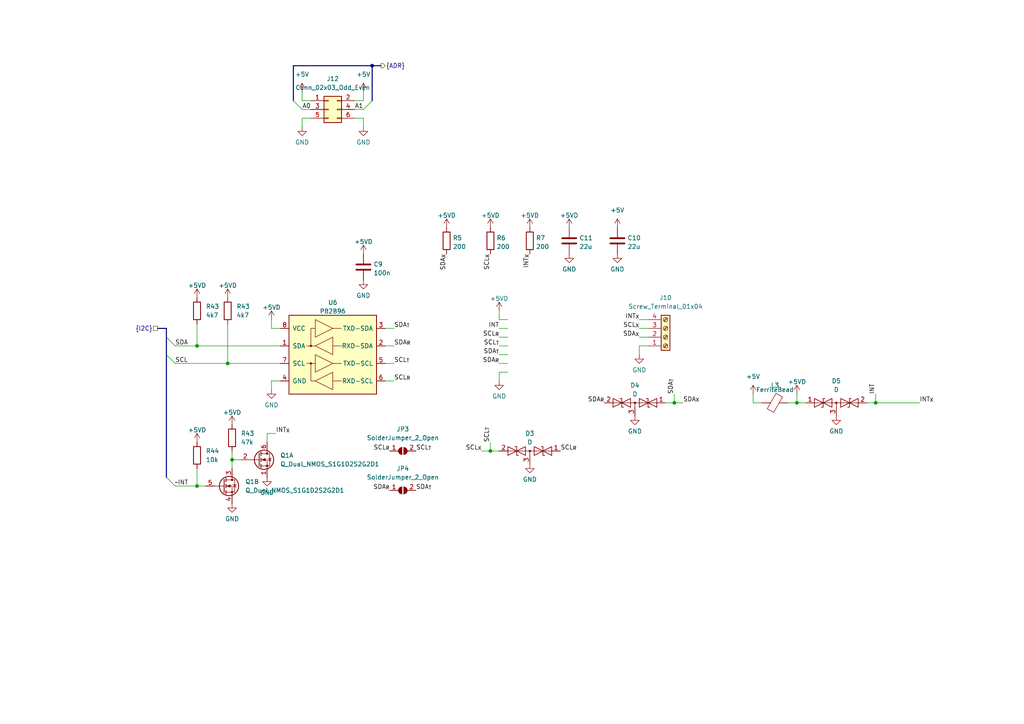
<source format=kicad_sch>
(kicad_sch (version 20230121) (generator eeschema)
  (paper "A4")
  (lib_symbols
    (symbol "Connector:Screw_Terminal_01x04" (pin_names (offset 1.016) hide)
      (property "Reference" "J" (at 0 5.08 0))
      (property "Value" "Screw_Terminal_01x04" (at 0 -7.62 0))
      (symbol "Screw_Terminal_01x04_1_1"
        (rectangle (start -1.27 3.81) (end 1.27 -6.35) (stroke (width 0.254)) (fill (type background)))
        (circle (center 0 -5.08) (radius 0.635) (stroke (width 0.1524)))
        (circle (center 0 -2.54) (radius 0.635) (stroke (width 0.1524)))
        (polyline (pts (xy -0.5334 -4.7498) (xy 0.3302 -5.588)) (stroke (width 0.1524)))
        (polyline (pts (xy -0.5334 -2.2098) (xy 0.3302 -3.048)) (stroke (width 0.1524)))
        (polyline (pts (xy -0.5334 0.3302) (xy 0.3302 -0.508)) (stroke (width 0.1524)))
        (polyline (pts (xy -0.5334 2.8702) (xy 0.3302 2.032)) (stroke (width 0.1524)))
        (polyline (pts (xy -0.3556 -4.572) (xy 0.508 -5.4102)) (stroke (width 0.1524)))
        (polyline (pts (xy -0.3556 -2.032) (xy 0.508 -2.8702)) (stroke (width 0.1524)))
        (polyline (pts (xy -0.3556 0.508) (xy 0.508 -0.3302)) (stroke (width 0.1524)))
        (polyline (pts (xy -0.3556 3.048) (xy 0.508 2.2098)) (stroke (width 0.1524)))
        (circle (center 0 0) (radius 0.635) (stroke (width 0.1524)))
        (circle (center 0 2.54) (radius 0.635) (stroke (width 0.1524)))
        (pin passive line (at -5.08 2.54 0) (length 3.81) (name "Pin_1") (number "1"))
        (pin passive line (at -5.08 0 0) (length 3.81) (name "Pin_2") (number "2"))
        (pin passive line (at -5.08 -2.54 0) (length 3.81) (name "Pin_3") (number "3"))
        (pin passive line (at -5.08 -5.08 0) (length 3.81) (name "Pin_4") (number "4"))
      )
    )
    (symbol "Connector_Generic:Conn_02x03_Odd_Even" (pin_names (offset 1.016) hide)
      (property "Reference" "J" (at 1.27 5.08 0))
      (property "Value" "Conn_02x03_Odd_Even" (at 1.27 -5.08 0))
      (symbol "Conn_02x03_Odd_Even_1_1"
        (rectangle (start -1.27 -2.413) (end 0 -2.667) (stroke (width 0.1524)))
        (rectangle (start -1.27 0.127) (end 0 -0.127) (stroke (width 0.1524)))
        (rectangle (start -1.27 2.667) (end 0 2.413) (stroke (width 0.1524)))
        (rectangle (start -1.27 3.81) (end 3.81 -3.81) (stroke (width 0.254)) (fill (type background)))
        (rectangle (start 3.81 -2.413) (end 2.54 -2.667) (stroke (width 0.1524)))
        (rectangle (start 3.81 0.127) (end 2.54 -0.127) (stroke (width 0.1524)))
        (rectangle (start 3.81 2.667) (end 2.54 2.413) (stroke (width 0.1524)))
        (pin passive line (at -5.08 2.54 0) (length 3.81) (name "Pin_1") (number "1"))
        (pin passive line (at 7.62 2.54 180) (length 3.81) (name "Pin_2") (number "2"))
        (pin passive line (at -5.08 0 0) (length 3.81) (name "Pin_3") (number "3"))
        (pin passive line (at 7.62 0 180) (length 3.81) (name "Pin_4") (number "4"))
        (pin passive line (at -5.08 -2.54 0) (length 3.81) (name "Pin_5") (number "5"))
        (pin passive line (at 7.62 -2.54 180) (length 3.81) (name "Pin_6") (number "6"))
      )
    )
    (symbol "Device:C" (pin_numbers hide) (pin_names (offset 0.254))
      (property "Reference" "C" (at 0.635 2.54 0))
      (property "Value" "C" (at 0.635 -2.54 0))
      (symbol "C_0_1"
        (polyline (pts (xy -2.032 -0.762) (xy 2.032 -0.762)) (stroke (width 0.508)))
        (polyline (pts (xy -2.032 0.762) (xy 2.032 0.762)) (stroke (width 0.508)))
      )
      (symbol "C_1_1"
        (pin passive line (at 0 3.81 270) (length 2.794) (name "~") (number "1"))
        (pin passive line (at 0 -3.81 90) (length 2.794) (name "~") (number "2"))
      )
    )
    (symbol "Device:FerriteBead" (pin_numbers hide) (pin_names (offset 0))
      (property "Reference" "FB" (at -3.81 0.635 90))
      (property "Value" "FerriteBead" (at 3.81 0 90))
      (symbol "FerriteBead_0_1"
        (polyline (pts (xy 0 -1.27) (xy 0 -1.2192)))
        (polyline (pts (xy 0 1.27) (xy 0 1.2954)))
        (polyline (pts (xy -2.7686 0.4064) (xy -1.7018 2.2606) (xy 2.7686 -0.3048) (xy 1.6764 -2.159) (xy -2.7686 0.4064)))
      )
      (symbol "FerriteBead_1_1"
        (pin passive line (at 0 3.81 270) (length 2.54) (name "~") (number "1"))
        (pin passive line (at 0 -3.81 90) (length 2.54) (name "~") (number "2"))
      )
    )
    (symbol "Device:Q_Dual_NMOS_S1G1D2S2G2D1" (pin_names (offset 0) hide)
      (property "Reference" "Q" (at 6.35 1.27 0))
      (property "Value" "Q_Dual_NMOS_S1G1D2S2G2D1" (at 19.05 -1.27 0))
      (symbol "Q_Dual_NMOS_S1G1D2S2G2D1_0_1"
        (polyline (pts (xy 0.254 0) (xy -2.54 0)))
        (polyline (pts (xy 0.254 1.905) (xy 0.254 -1.905)) (stroke (width 0.254)))
        (polyline (pts (xy 0.762 -1.27) (xy 0.762 -2.286)) (stroke (width 0.254)))
        (polyline (pts (xy 0.762 0.508) (xy 0.762 -0.508)) (stroke (width 0.254)))
        (polyline (pts (xy 0.762 2.286) (xy 0.762 1.27)) (stroke (width 0.254)))
        (polyline (pts (xy 2.54 2.54) (xy 2.54 1.778)))
        (polyline (pts (xy 2.54 -2.54) (xy 2.54 0) (xy 0.762 0)))
        (polyline (pts (xy 0.762 -1.778) (xy 3.302 -1.778) (xy 3.302 1.778) (xy 0.762 1.778)))
        (polyline (pts (xy 1.016 0) (xy 2.032 0.381) (xy 2.032 -0.381) (xy 1.016 0)) (fill (type outline)))
        (polyline (pts (xy 2.794 0.508) (xy 2.921 0.381) (xy 3.683 0.381) (xy 3.81 0.254)))
        (polyline (pts (xy 3.302 0.381) (xy 2.921 -0.254) (xy 3.683 -0.254) (xy 3.302 0.381)))
        (circle (center 1.651 0) (radius 2.794) (stroke (width 0.254)))
        (circle (center 2.54 -1.778) (radius 0.254) (fill (type outline)))
        (circle (center 2.54 1.778) (radius 0.254) (fill (type outline)))
      )
      (symbol "Q_Dual_NMOS_S1G1D2S2G2D1_1_1"
        (pin passive line (at 2.54 -5.08 90) (length 2.54) (name "S") (number "1"))
        (pin input line (at -5.08 0 0) (length 2.54) (name "G") (number "2"))
        (pin passive line (at 2.54 5.08 270) (length 2.54) (name "D") (number "6"))
      )
      (symbol "Q_Dual_NMOS_S1G1D2S2G2D1_2_1"
        (pin passive line (at 2.54 5.08 270) (length 2.54) (name "D") (number "3"))
        (pin passive line (at 2.54 -5.08 90) (length 2.54) (name "S") (number "4"))
        (pin input line (at -5.08 0 0) (length 2.54) (name "G") (number "5"))
      )
    )
    (symbol "Device:R" (pin_numbers hide) (pin_names (offset 0))
      (property "Reference" "R" (at 2.032 0 90))
      (property "Value" "R" (at 0 0 90))
      (symbol "R_0_1"
        (rectangle (start -1.016 -2.54) (end 1.016 2.54) (stroke (width 0.254)))
      )
      (symbol "R_1_1"
        (pin passive line (at 0 3.81 270) (length 1.27) (name "~") (number "1"))
        (pin passive line (at 0 -3.81 90) (length 1.27) (name "~") (number "2"))
      )
    )
    (symbol "Diode:SM712_SOT23" (pin_names (offset 1.016) hide)
      (property "Reference" "D" (at 0 4.445 0))
      (property "Value" "SM712_SOT23" (at 0 2.54 0))
      (symbol "SM712_SOT23_0_0"
        (polyline (pts (xy 0 -1.27) (xy 0 0)))
      )
      (symbol "SM712_SOT23_0_1"
        (polyline (pts (xy -6.35 0) (xy 6.35 0)))
        (polyline (pts (xy -3.302 1.27) (xy -3.81 1.27) (xy -3.81 -1.27) (xy -4.318 -1.27)) (stroke (width 0.2032)))
        (polyline (pts (xy 4.318 1.27) (xy 3.81 1.27) (xy 3.81 -1.27) (xy 3.302 -1.27)) (stroke (width 0.2032)))
        (polyline (pts (xy -6.35 -1.27) (xy -1.27 1.27) (xy -1.27 -1.27) (xy -6.35 1.27) (xy -6.35 -1.27)) (stroke (width 0.2032)))
        (polyline (pts (xy 1.27 -1.27) (xy 1.27 1.27) (xy 6.35 -1.27) (xy 6.35 1.27) (xy 1.27 -1.27)) (stroke (width 0.2032)))
        (circle (center 0 0) (radius 0.254) (fill (type outline)))
      )
      (symbol "SM712_SOT23_1_1"
        (pin passive line (at -8.89 0 0) (length 2.54) (name "A1") (number "1"))
        (pin passive line (at 8.89 0 180) (length 2.54) (name "A2") (number "2"))
        (pin input line (at 0 -3.81 90) (length 2.54) (name "common") (number "3"))
      )
    )
    (symbol "Interface_Expansion:P82B96" (pin_names (offset 1.016))
      (property "Reference" "U" (at -12.7 12.7 0))
      (property "Value" "P82B96" (at 5.08 12.7 0))
      (symbol "P82B96_0_1"
        (rectangle (start -12.7 11.43) (end 12.7 -11.43) (stroke (width 0.254)) (fill (type background)))
        (circle (center -6.35 -2.54) (radius 0.127))
        (circle (center -6.35 -2.54) (radius 0.254))
        (circle (center -6.35 2.54) (radius 0.127))
        (circle (center -6.35 2.54) (radius 0.254))
        (polyline (pts (xy -5.08 -2.54) (xy -7.62 -2.54)))
        (polyline (pts (xy 0 -7.62) (xy 2.54 -7.62)))
        (polyline (pts (xy 0 -2.54) (xy 2.54 -2.54)))
        (polyline (pts (xy -5.08 -7.62) (xy -6.35 -7.62) (xy -6.35 -2.54)))
        (polyline (pts (xy -5.08 2.54) (xy -7.62 2.54) (xy -7.62 2.54)))
        (polyline (pts (xy 0 7.62) (xy 2.54 7.62) (xy 2.54 7.62)))
        (polyline (pts (xy 2.54 2.54) (xy 0 2.54) (xy 0 2.54)))
        (polyline (pts (xy -6.35 2.54) (xy -6.35 7.62) (xy -5.08 7.62) (xy -5.08 7.62)))
        (polyline (pts (xy -5.08 0) (xy -5.08 -5.08) (xy 0 -2.54) (xy -5.08 0) (xy -5.08 0)))
        (polyline (pts (xy -5.08 10.16) (xy -5.08 5.08) (xy 0 7.62) (xy -5.08 10.16) (xy -5.08 10.16)))
        (polyline (pts (xy 0 -5.08) (xy -5.08 -7.62) (xy 0 -10.16) (xy 0 -5.08) (xy 0 -5.08)))
        (polyline (pts (xy 0 5.08) (xy -5.08 2.54) (xy 0 0) (xy 0 5.08) (xy 0 5.08)))
      )
      (symbol "P82B96_1_1"
        (pin bidirectional line (at -15.24 2.54 0) (length 2.54) (name "SDA") (number "1"))
        (pin input line (at 15.24 2.54 180) (length 2.54) (name "RXD-SDA") (number "2"))
        (pin output line (at 15.24 7.62 180) (length 2.54) (name "TXD-SDA") (number "3"))
        (pin power_in line (at -15.24 -7.62 0) (length 2.54) (name "GND") (number "4"))
        (pin output line (at 15.24 -2.54 180) (length 2.54) (name "TXD-SCL") (number "5"))
        (pin input line (at 15.24 -7.62 180) (length 2.54) (name "RXD-SCL") (number "6"))
        (pin bidirectional line (at -15.24 -2.54 0) (length 2.54) (name "SCL") (number "7"))
        (pin power_in line (at -15.24 7.62 0) (length 2.54) (name "VCC") (number "8"))
      )
    )
    (symbol "Jumper:SolderJumper_2_Open" (pin_names (offset 0) hide)
      (property "Reference" "JP" (at 0 2.032 0))
      (property "Value" "SolderJumper_2_Open" (at 0 -2.54 0))
      (symbol "SolderJumper_2_Open_0_1"
        (arc (start -0.254 1.016) (mid -1.2656 0) (end -0.254 -1.016))
        (arc (start -0.254 1.016) (mid -1.2656 0) (end -0.254 -1.016) (fill (type outline)))
        (polyline (pts (xy -0.254 1.016) (xy -0.254 -1.016)))
        (polyline (pts (xy 0.254 1.016) (xy 0.254 -1.016)))
        (arc (start 0.254 -1.016) (mid 1.2656 0) (end 0.254 1.016))
        (arc (start 0.254 -1.016) (mid 1.2656 0) (end 0.254 1.016) (fill (type outline)))
      )
      (symbol "SolderJumper_2_Open_1_1"
        (pin passive line (at -3.81 0 0) (length 2.54) (name "A") (number "1"))
        (pin passive line (at 3.81 0 180) (length 2.54) (name "B") (number "2"))
      )
    )
    (symbol "power:+5V" (power) (pin_names (offset 0))
      (property "Value" "+5V" (at 0 3.556 0))
      (symbol "+5V_0_1"
        (polyline (pts (xy -0.762 1.27) (xy 0 2.54)))
        (polyline (pts (xy 0 0) (xy 0 2.54)))
        (polyline (pts (xy 0 2.54) (xy 0.762 1.27)))
      )
      (symbol "+5V_1_1"
        (pin power_in line (at 0 0 90) (length 0) hide (name "+5V") (number "1"))
      )
    )
    (symbol "power:+5VD" (power) (pin_names (offset 0))
      (property "Value" "+5VD" (at 0 3.556 0))
      (symbol "+5VD_0_1"
        (polyline (pts (xy -0.762 1.27) (xy 0 2.54)))
        (polyline (pts (xy 0 0) (xy 0 2.54)))
        (polyline (pts (xy 0 2.54) (xy 0.762 1.27)))
      )
      (symbol "+5VD_1_1"
        (pin power_in line (at 0 0 90) (length 0) hide (name "+5VD") (number "1"))
      )
    )
    (symbol "power:GND" (power) (pin_names (offset 0))
      (property "Value" "GND" (at 0 -3.81 0))
      (symbol "GND_0_1"
        (polyline (pts (xy 0 0) (xy 0 -1.27) (xy 1.27 -1.27) (xy 0 -2.54) (xy -1.27 -1.27) (xy 0 -1.27)))
      )
      (symbol "GND_1_1"
        (pin power_in line (at 0 0 270) (length 0) hide (name "GND") (number "1"))
      )
    )
  )
  (junction (at 57.15 140.97))
  (junction (at 57.15 100.33))
  (junction (at 254 116.84))
  (junction (at 66.04 105.41))
  (junction (at 142.24 130.81))
  (junction (at 231.14 116.84))
  (junction (at 67.31 133.35))
  (junction (at 195.58 116.84))
  (junction (at 107.95 19.05))
  (bus_entry (at 48.26 138.43) (size 2.54 2.54))
  (bus_entry (at 105.41 31.75) (size 2.54 -2.54))
  (bus_entry (at 48.26 97.79) (size 2.54 2.54))
  (bus_entry (at 48.26 102.87) (size 2.54 2.54))
  (bus_entry (at 87.63 31.75) (size -2.54 -2.54))
  (wire (pts (xy 185.42 100.33) (xy 185.42 102.87)))
  (wire (pts (xy 142.24 130.81) (xy 144.78 130.81)))
  (wire (pts (xy 50.8 100.33) (xy 57.15 100.33)))
  (wire (pts (xy 90.17 34.29) (xy 87.63 34.29)))
  (wire (pts (xy 185.42 97.79) (xy 187.96 97.79)))
  (wire (pts (xy 105.41 36.83) (xy 105.41 34.29)))
  (wire (pts (xy 87.63 26.67) (xy 87.63 29.21)))
  (wire (pts (xy 185.42 95.25) (xy 187.96 95.25)))
  (wire (pts (xy 67.31 135.89) (xy 67.31 133.35)))
  (wire (pts (xy 77.47 125.73) (xy 77.47 128.27)))
  (bus (pts (xy 85.09 29.21) (xy 85.09 19.05)))
  (bus (pts (xy 85.09 19.05) (xy 107.95 19.05)))
  (bus (pts (xy 48.26 102.87) (xy 48.26 138.43)))
  (wire (pts (xy 111.76 95.25) (xy 114.3 95.25)))
  (wire (pts (xy 81.28 110.49) (xy 78.74 110.49)))
  (wire (pts (xy 218.44 116.84) (xy 220.98 116.84)))
  (wire (pts (xy 187.96 100.33) (xy 185.42 100.33)))
  (wire (pts (xy 144.78 102.87) (xy 147.32 102.87)))
  (wire (pts (xy 102.87 31.75) (xy 105.41 31.75)))
  (wire (pts (xy 57.15 93.98) (xy 57.15 100.33)))
  (wire (pts (xy 193.04 116.84) (xy 195.58 116.84)))
  (wire (pts (xy 254 116.84) (xy 266.7 116.84)))
  (wire (pts (xy 57.15 100.33) (xy 81.28 100.33)))
  (wire (pts (xy 114.3 100.33) (xy 111.76 100.33)))
  (wire (pts (xy 111.76 110.49) (xy 114.3 110.49)))
  (wire (pts (xy 90.17 31.75) (xy 87.63 31.75)))
  (wire (pts (xy 105.41 29.21) (xy 102.87 29.21)))
  (wire (pts (xy 218.44 114.3) (xy 218.44 116.84)))
  (wire (pts (xy 78.74 95.25) (xy 81.28 95.25)))
  (wire (pts (xy 254 114.3) (xy 254 116.84)))
  (wire (pts (xy 67.31 130.81) (xy 67.31 133.35)))
  (wire (pts (xy 144.78 97.79) (xy 147.32 97.79)))
  (wire (pts (xy 228.6 116.84) (xy 231.14 116.84)))
  (wire (pts (xy 105.41 34.29) (xy 102.87 34.29)))
  (wire (pts (xy 185.42 92.71) (xy 187.96 92.71)))
  (wire (pts (xy 195.58 114.3) (xy 195.58 116.84)))
  (wire (pts (xy 144.78 90.17) (xy 144.78 92.71)))
  (wire (pts (xy 139.7 130.81) (xy 142.24 130.81)))
  (wire (pts (xy 231.14 116.84) (xy 231.14 114.3)))
  (wire (pts (xy 78.74 92.71) (xy 78.74 95.25)))
  (wire (pts (xy 50.8 105.41) (xy 66.04 105.41)))
  (bus (pts (xy 48.26 97.79) (xy 48.26 102.87)))
  (wire (pts (xy 142.24 128.27) (xy 142.24 130.81)))
  (wire (pts (xy 87.63 34.29) (xy 87.63 36.83)))
  (wire (pts (xy 50.8 140.97) (xy 57.15 140.97)))
  (wire (pts (xy 57.15 140.97) (xy 59.69 140.97)))
  (wire (pts (xy 105.41 26.67) (xy 105.41 29.21)))
  (wire (pts (xy 144.78 92.71) (xy 147.32 92.71)))
  (wire (pts (xy 144.78 105.41) (xy 147.32 105.41)))
  (bus (pts (xy 48.26 95.25) (xy 48.26 97.79)))
  (wire (pts (xy 80.01 125.73) (xy 77.47 125.73)))
  (wire (pts (xy 233.68 116.84) (xy 231.14 116.84)))
  (wire (pts (xy 147.32 107.95) (xy 144.78 107.95)))
  (wire (pts (xy 144.78 107.95) (xy 144.78 110.49)))
  (wire (pts (xy 144.78 100.33) (xy 147.32 100.33)))
  (wire (pts (xy 66.04 93.98) (xy 66.04 105.41)))
  (wire (pts (xy 111.76 105.41) (xy 114.3 105.41)))
  (bus (pts (xy 107.95 19.05) (xy 110.49 19.05)))
  (bus (pts (xy 107.95 19.05) (xy 107.95 29.21)))
  (wire (pts (xy 144.78 95.25) (xy 147.32 95.25)))
  (wire (pts (xy 78.74 110.49) (xy 78.74 113.03)))
  (wire (pts (xy 57.15 135.89) (xy 57.15 140.97)))
  (wire (pts (xy 87.63 29.21) (xy 90.17 29.21)))
  (wire (pts (xy 195.58 116.84) (xy 198.12 116.84)))
  (wire (pts (xy 66.04 105.41) (xy 81.28 105.41)))
  (wire (pts (xy 67.31 133.35) (xy 69.85 133.35)))
  (wire (pts (xy 251.46 116.84) (xy 254 116.84)))
  (bus (pts (xy 48.26 95.25) (xy 45.72 95.25)))
  (label "~INT" (at 54.61 140.97 180))
  (label "SDA_{R}" (at 113.03 142.24 180))
  (label "SCL_{R}" (at 162.56 130.81 0))
  (label "SCL_{X}" (at 142.24 73.66 270))
  (label "SDA_{T}" (at 114.3 95.25 0))
  (label "A0" (at 90.17 31.75 180))
  (label "SDA_{R}" (at 144.78 105.41 180))
  (label "SDA_{T}" (at 195.58 114.3 90))
  (label "INT" (at 144.78 95.25 180))
  (label "SCL_{T}" (at 144.78 100.33 180))
  (label "SCL_{X}" (at 139.7 130.81 180))
  (label "SDA_{X}" (at 129.54 73.66 270))
  (label "SCL" (at 50.8 105.41 0))
  (label "SDA" (at 50.8 100.33 0))
  (label "SDA_{T}" (at 144.78 102.87 180))
  (label "SDA_{R}" (at 114.3 100.33 0))
  (label "SCL_{T}" (at 142.24 128.27 90))
  (label "SCL_{R}" (at 113.03 130.81 180))
  (label "INT_{X}" (at 185.42 92.71 180))
  (label "SCL_{T}" (at 114.3 105.41 0))
  (label "INT_{X}" (at 266.7 116.84 0))
  (label "SCL_{T}" (at 120.65 130.81 0))
  (label "A1" (at 102.87 31.75 0))
  (label "SDA_{R}" (at 175.26 116.84 180))
  (label "SDA_{X}" (at 185.42 97.79 180))
  (label "SCL_{R}" (at 114.3 110.49 0))
  (label "INT_{X}" (at 80.01 125.73 0))
  (label "INT" (at 254 114.3 90))
  (label "SCL_{R}" (at 144.78 97.79 180))
  (label "INT_{X}" (at 153.67 73.66 270))
  (label "SCL_{X}" (at 185.42 95.25 180))
  (label "SDA_{X}" (at 198.12 116.84 0))
  (label "SDA_{T}" (at 120.65 142.24 0))
  (hierarchical_label "{ADR}" (shape output) (at 110.49 19.05 0))
  (hierarchical_label "{I2C}" (shape passive) (at 45.72 95.25 180))
  (symbol (lib_id "power:+5V") (at 87.63 26.67 0) (unit 1)
    (property "Reference" "#PWR039" (effects hide))
    (property "Value" "+5V" (at 87.63 21.59 0))
  )
  (symbol (lib_id "power:+5VD") (at 78.74 92.71 0) (unit 1)
    (property "Reference" "#PWR03" (effects hide))
    (property "Value" "+5VD" (at 78.74 89.154 0))
    (instances (project "multi_led_driver" (path "" (reference "#PWR03") (unit 1))) (project "control_panel" (path "" (reference "#PWR02") (unit 1))))
  )
  (symbol (lib_id "Device:R") (at 142.24 69.85 0) (unit 1)
    (property "Reference" "R6" (at 144.018 69.0153 0) (effects (justify left)))
    (property "Value" "200" (at 144.018 71.5522 0) (effects (justify left)))
    (property "Footprint" "Resistor_SMD:R_0805_2012Metric_Pad1.20x1.40mm_HandSolder" (effects hide))
    (instances (project "multi_led_driver" (path "" (reference "R6") (unit 1))) (project "control_panel" (path "" (reference "R3") (unit 1))))
  )
  (symbol (lib_id "power:+5VD") (at 105.41 73.66 0) (unit 1)
    (property "Reference" "#PWR01" (effects hide))
    (property "Value" "+5VD" (at 105.41 70.104 0))
    (instances (project "multi_led_driver" (path "" (reference "#PWR01") (unit 1))) (project "control_panel" (path "" (reference "#PWR08") (unit 1))))
  )
  (symbol (lib_id "Device:R") (at 153.67 69.85 0) (unit 1)
    (property "Reference" "R7" (at 155.448 69.0153 0) (effects (justify left)))
    (property "Value" "200" (at 155.448 71.5522 0) (effects (justify left)))
    (property "Footprint" "Resistor_SMD:R_0805_2012Metric_Pad1.20x1.40mm_HandSolder" (effects hide))
    (instances (project "multi_led_driver" (path "" (reference "R7") (unit 1))) (project "control_panel" (path "" (reference "R39") (unit 1))))
  )
  (symbol (lib_id "power:+5V") (at 179.07 66.04 0) (unit 1)
    (property "Reference" "#PWR060" (effects hide))
    (property "Value" "+5V" (at 179.07 60.96 0))
  )
  (symbol (lib_id "Device:R") (at 57.15 90.17 0) (unit 1)
    (property "Reference" "R43" (at 59.69 88.9 0) (effects (justify left)))
    (property "Value" "4k7" (at 59.69 91.44 0) (effects (justify left)))
    (property "Footprint" "Resistor_SMD:R_0603_1608Metric" (effects hide))
    (instances (project "myWindow" (path "" (reference "R43") (unit 1))) (project "multi_led_driver" (path "" (reference "R10") (unit 1))) (project "control_panel" (path "" (reference "R25") (unit 1))))
  )
  (symbol (lib_id "Interface_Expansion:P82B96") (at 96.52 102.87 0) (unit 1)
    (property "Reference" "U6" (at 96.52 87.7402 0))
    (property "Value" "P82B96" (at 96.52 90.2771 0))
    (property "Footprint" "Package_SO:SOIC-8_3.9x4.9mm_P1.27mm" (effects hide))
    (property "Datasheet" "http://www.nxp.com/documents/data_sheet/P82B96.pdf" (effects hide))
    (instances (project "multi_led_driver" (path "" (reference "U6") (unit 1))) (project "control_panel" (path "" (reference "U1") (unit 1))))
  )
  (symbol (lib_id "Device:C") (at 105.41 77.47 0) (unit 1)
    (property "Reference" "C9" (at 108.331 76.6353 0) (effects (justify left)))
    (property "Value" "100n" (at 108.331 79.1722 0) (effects (justify left)))
    (property "Footprint" "Capacitor_SMD:C_0603_1608Metric" (effects hide))
    (instances (project "multi_led_driver" (path "" (reference "C9") (unit 1))) (project "control_panel" (path "" (reference "C5") (unit 1))))
  )
  (symbol (lib_id "Device:C") (at 179.07 69.85 0) (unit 1)
    (property "Reference" "C10" (at 181.991 69.0153 0) (effects (justify left)))
    (property "Value" "22u" (at 181.991 71.5522 0) (effects (justify left)))
    (property "Footprint" "Capacitor_SMD:C_0805_2012Metric" (effects hide))
    (instances (project "multi_led_driver" (path "" (reference "C10") (unit 1))) (project "control_panel" (path "" (reference "C78") (unit 1))))
  )
  (symbol (lib_id "power:+5VD") (at 144.78 90.17 0) (unit 1)
    (property "Reference" "#PWR05" (effects hide))
    (property "Value" "+5VD" (at 144.78 86.614 0))
    (instances (project "multi_led_driver" (path "" (reference "#PWR05") (unit 1))) (project "control_panel" (path "" (reference "#PWR03") (unit 1))))
  )
  (symbol (lib_id "power:+5V") (at 105.41 26.67 0) (unit 1)
    (property "Reference" "#PWR040" (effects hide))
    (property "Value" "+5V" (at 105.41 21.59 0))
  )
  (symbol (lib_id "power:+5VD") (at 57.15 86.36 0) (unit 1)
    (property "Reference" "#PWR016" (effects hide))
    (property "Value" "+5VD" (at 57.15 82.804 0))
    (instances (project "multi_led_driver" (path "" (reference "#PWR016") (unit 1))) (project "control_panel" (path "" (reference "#PWR08") (unit 1))))
  )
  (symbol (lib_id "power:GND") (at 77.47 138.43 0) (unit 1)
    (property "Reference" "#PWR011" (effects hide))
    (property "Value" "~" (at 77.47 142.8734 0))
    (instances (project "multi_led_driver" (path "" (reference "#PWR011") (unit 1))) (project "control_panel" (path "" (reference "#PWR026") (unit 1))))
  )
  (symbol (lib_id "Device:FerriteBead") (at 224.79 116.84 90) (unit 1)
    (property "Reference" "L3" (at 224.79 111.76 90))
    (property "Value" "FerriteBead" (at 224.79 113.03 90))
    (property "Footprint" "Inductor_SMD:L_0805_2012Metric_Pad1.15x1.40mm_HandSolder" (effects hide))
    (instances (project "multi_led_driver" (path "" (reference "L3") (unit 1))) (project "control_panel" (path "" (reference "L10") (unit 1))))
  )
  (symbol (lib_id "Connector:Screw_Terminal_01x04") (at 193.04 97.79 0) (mirror x) (unit 1)
    (property "Reference" "J10" (at 193.04 86.36 0))
    (property "Value" "Screw_Terminal_01x04" (at 193.04 88.9 0))
    (property "Footprint" "Connector_Phoenix_MC:PhoenixContact_MCV_1,5_4-G-3.5_1x04_P3.50mm_Vertical" (effects hide))
    (instances (project "multi_led_driver" (path "" (reference "J10") (unit 1))) (project "control_panel" (path "" (reference "J5") (unit 1))))
  )
  (symbol (lib_id "power:GND") (at 78.74 113.03 0) (unit 1)
    (property "Reference" "#PWR04" (effects hide))
    (property "Value" "GND" (at 78.74 117.4734 0))
    (instances (project "multi_led_driver" (path "" (reference "#PWR04") (unit 1))) (project "control_panel" (path "" (reference "#PWR0112") (unit 1))))
  )
  (symbol (lib_id "Device:R") (at 129.54 69.85 0) (unit 1)
    (property "Reference" "R5" (at 131.318 69.0153 0) (effects (justify left)))
    (property "Value" "200" (at 131.318 71.5522 0) (effects (justify left)))
    (property "Footprint" "Resistor_SMD:R_0805_2012Metric_Pad1.20x1.40mm_HandSolder" (effects hide))
    (instances (project "multi_led_driver" (path "" (reference "R5") (unit 1))) (project "control_panel" (path "" (reference "R2") (unit 1))))
  )
  (symbol (lib_id "power:GND") (at 67.31 146.05 0) (unit 1)
    (property "Reference" "#PWR012" (effects hide))
    (property "Value" "~" (at 67.31 150.4934 0))
    (instances (project "multi_led_driver" (path "" (reference "#PWR012") (unit 1))) (project "control_panel" (path "" (reference "#PWR026") (unit 1))))
  )
  (symbol (lib_id "power:+5V") (at 218.44 114.3 0) (unit 1)
    (property "Reference" "#PWR08" (effects hide))
    (property "Value" "+5V" (at 218.44 109.22 0))
  )
  (symbol (lib_id "power:+5VD") (at 66.04 86.36 0) (unit 1)
    (property "Reference" "#PWR031" (effects hide))
    (property "Value" "+5VD" (at 66.04 82.804 0))
    (instances (project "multi_led_driver" (path "" (reference "#PWR031") (unit 1))) (project "control_panel" (path "" (reference "#PWR08") (unit 1))))
  )
  (symbol (lib_id "power:GND") (at 105.41 81.28 0) (unit 1)
    (property "Reference" "#PWR02" (effects hide))
    (property "Value" "GND" (at 105.41 85.7234 0))
    (instances (project "multi_led_driver" (path "" (reference "#PWR02") (unit 1))) (project "control_panel" (path "" (reference "#PWR0117") (unit 1))))
  )
  (symbol (lib_id "power:GND") (at 105.41 36.83 0) (unit 1)
    (property "Reference" "#PWR037" (effects hide))
    (property "Value" "GND" (at 105.41 41.2734 0))
    (instances (project "multi_led_driver" (path "" (reference "#PWR037") (unit 1))) (project "control_panel" (path "" (reference "#PWR0117") (unit 1))))
  )
  (symbol (lib_id "Diode:SM712_SOT23") (at 242.57 116.84 0) (unit 1)
    (property "Reference" "D5" (at 242.57 110.49 0))
    (property "Value" "D" (at 242.57 113.03 0))
    (property "Footprint" "Package_TO_SOT_SMD:SOT-23_Handsoldering" (effects hide))
    (property "Datasheet" "https://www.littelfuse.com/~/media/electronics/datasheets/tvs_diode_arrays/littelfuse_tvs_diode_array_sm712_datasheet.pdf.pdf" (effects hide))
    (instances (project "multi_led_driver" (path "" (reference "D5") (unit 1))) (project "control_panel" (path "" (reference "D7") (unit 1))))
  )
  (symbol (lib_id "Diode:SM712_SOT23") (at 153.67 130.81 0) (mirror y) (unit 1)
    (property "Reference" "D3" (at 153.67 125.73 0))
    (property "Value" "D" (at 153.67 128.27 0))
    (property "Footprint" "Package_TO_SOT_SMD:SOT-23_Handsoldering" (effects hide))
    (property "Datasheet" "https://www.littelfuse.com/~/media/electronics/datasheets/tvs_diode_arrays/littelfuse_tvs_diode_array_sm712_datasheet.pdf.pdf" (effects hide))
    (instances (project "multi_led_driver" (path "" (reference "D3") (unit 1))) (project "control_panel" (path "" (reference "D6") (unit 1))))
  )
  (symbol (lib_id "power:GND") (at 153.67 134.62 0) (unit 1)
    (property "Reference" "#PWR07" (effects hide))
    (property "Value" "~" (at 153.67 139.0634 0))
  )
  (symbol (lib_id "Device:Q_Dual_NMOS_S1G1D2S2G2D1") (at 64.77 140.97 0) (unit 2)
    (property "Reference" "Q1" (at 71.12 139.7 0) (effects (justify left)))
    (property "Value" "Q_Dual_NMOS_S1G1D2S2G2D1" (at 71.12 142.24 0) (effects (justify left)))
    (property "Footprint" "Package_TO_SOT_SMD:SOT-363_SC-70-6" (effects hide))
  )
  (symbol (lib_id "power:GND") (at 185.42 102.87 0) (unit 1)
    (property "Reference" "#PWR014" (effects hide))
    (property "Value" "~" (at 185.42 107.3134 0))
    (instances (project "multi_led_driver" (path "" (reference "#PWR014") (unit 1))) (project "control_panel" (path "" (reference "#PWR0105") (unit 1))))
  )
  (symbol (lib_id "power:+5VD") (at 165.1 66.04 0) (unit 1)
    (property "Reference" "#PWR018" (effects hide))
    (property "Value" "+5VD" (at 165.1 62.484 0))
    (instances (project "multi_led_driver" (path "" (reference "#PWR018") (unit 1))) (project "control_panel" (path "" (reference "#PWR045") (unit 1))))
  )
  (symbol (lib_id "Device:C") (at 165.1 69.85 0) (unit 1)
    (property "Reference" "C11" (at 168.021 69.0153 0) (effects (justify left)))
    (property "Value" "22u" (at 168.021 71.5522 0) (effects (justify left)))
    (property "Footprint" "Capacitor_SMD:C_0805_2012Metric" (effects hide))
    (instances (project "multi_led_driver" (path "" (reference "C11") (unit 1))) (project "control_panel" (path "" (reference "C78") (unit 1))))
  )
  (symbol (lib_id "power:GND") (at 242.57 120.65 0) (unit 1)
    (property "Reference" "#PWR025" (effects hide))
    (property "Value" "~" (at 242.57 125.0934 0))
    (instances (project "multi_led_driver" (path "" (reference "#PWR025") (unit 1))) (project "control_panel" (path "" (reference "#PWR037") (unit 1))))
  )
  (symbol (lib_id "Diode:SM712_SOT23") (at 184.15 116.84 0) (mirror y) (unit 1)
    (property "Reference" "D4" (at 184.15 111.76 0))
    (property "Value" "D" (at 184.15 114.3 0))
    (property "Footprint" "Package_TO_SOT_SMD:SOT-23_Handsoldering" (effects hide))
    (property "Datasheet" "https://www.littelfuse.com/~/media/electronics/datasheets/tvs_diode_arrays/littelfuse_tvs_diode_array_sm712_datasheet.pdf.pdf" (effects hide))
    (instances (project "multi_led_driver" (path "" (reference "D4") (unit 1))) (project "control_panel" (path "" (reference "D5") (unit 1))))
  )
  (symbol (lib_id "power:GND") (at 179.07 73.66 0) (unit 1)
    (property "Reference" "#PWR059" (effects hide))
    (property "Value" "GND" (at 179.07 78.1034 0))
    (instances (project "multi_led_driver" (path "" (reference "#PWR059") (unit 1))) (project "control_panel" (path "" (reference "#PWR018") (unit 1))))
  )
  (symbol (lib_id "power:+5VD") (at 231.14 114.3 0) (unit 1)
    (property "Reference" "#PWR020" (effects hide))
    (property "Value" "+5VD" (at 231.14 110.744 0))
    (instances (project "multi_led_driver" (path "" (reference "#PWR020") (unit 1))) (project "control_panel" (path "" (reference "#PWR045") (unit 1))))
  )
  (symbol (lib_id "power:+5VD") (at 142.24 66.04 0) (unit 1)
    (property "Reference" "#PWR022" (effects hide))
    (property "Value" "+5VD" (at 142.24 62.484 0))
    (instances (project "multi_led_driver" (path "" (reference "#PWR022") (unit 1))) (project "control_panel" (path "" (reference "#PWR045") (unit 1))))
  )
  (symbol (lib_id "power:+5VD") (at 129.54 66.04 0) (unit 1)
    (property "Reference" "#PWR028" (effects hide))
    (property "Value" "+5VD" (at 129.54 62.484 0))
    (instances (project "multi_led_driver" (path "" (reference "#PWR028") (unit 1))) (project "control_panel" (path "" (reference "#PWR045") (unit 1))))
  )
  (symbol (lib_id "power:+5VD") (at 57.15 128.27 0) (unit 1)
    (property "Reference" "#PWR017" (effects hide))
    (property "Value" "+5VD" (at 57.15 124.714 0))
    (instances (project "multi_led_driver" (path "" (reference "#PWR017") (unit 1))) (project "control_panel" (path "" (reference "#PWR08") (unit 1))))
  )
  (symbol (lib_id "Device:Q_Dual_NMOS_S1G1D2S2G2D1") (at 74.93 133.35 0) (unit 1)
    (property "Reference" "Q1" (at 81.28 132.08 0) (effects (justify left)))
    (property "Value" "Q_Dual_NMOS_S1G1D2S2G2D1" (at 81.28 134.62 0) (effects (justify left)))
    (property "Footprint" "Package_TO_SOT_SMD:SOT-363_SC-70-6" (effects hide))
  )
  (symbol (lib_id "Device:R") (at 57.15 132.08 0) (unit 1)
    (property "Reference" "R44" (at 59.69 130.81 0) (effects (justify left)))
    (property "Value" "10k" (at 59.69 133.35 0) (effects (justify left)))
    (property "Footprint" "Resistor_SMD:R_0603_1608Metric" (effects hide))
    (instances (project "myWindow" (path "" (reference "R44") (unit 1))) (project "multi_led_driver" (path "" (reference "R9") (unit 1)) (path "" (reference "R9") (unit 1))) (project "control_panel" (path "" (reference "R26") (unit 1))))
  )
  (symbol (lib_id "power:GND") (at 144.78 110.49 0) (unit 1)
    (property "Reference" "#PWR06" (effects hide))
    (property "Value" "~" (at 144.78 114.9334 0))
    (instances (project "multi_led_driver" (path "" (reference "#PWR06") (unit 1))) (project "control_panel" (path "" (reference "#PWR01") (unit 1))))
  )
  (symbol (lib_id "power:+5VD") (at 67.31 123.19 0) (unit 1)
    (property "Reference" "#PWR032" (effects hide))
    (property "Value" "+5VD" (at 67.31 119.634 0))
    (instances (project "multi_led_driver" (path "" (reference "#PWR032") (unit 1))) (project "control_panel" (path "" (reference "#PWR08") (unit 1))))
  )
  (symbol (lib_id "power:GND") (at 184.15 120.65 0) (unit 1)
    (property "Reference" "#PWR013" (effects hide))
    (property "Value" "~" (at 184.15 125.0934 0))
    (instances (project "multi_led_driver" (path "" (reference "#PWR013") (unit 1))) (project "control_panel" (path "" (reference "#PWR026") (unit 1))))
  )
  (symbol (lib_id "Connector_Generic:Conn_02x03_Odd_Even") (at 95.25 31.75 0) (unit 1)
    (property "Reference" "J12" (at 96.52 22.86 0))
    (property "Value" "Conn_02x03_Odd_Even" (at 96.52 25.4 0))
    (property "Footprint" "Connector_PinHeader_2.54mm:PinHeader_2x03_P2.54mm_Vertical" (effects hide))
  )
  (symbol (lib_id "power:+5VD") (at 153.67 66.04 0) (unit 1)
    (property "Reference" "#PWR021" (effects hide))
    (property "Value" "+5VD" (at 153.67 62.484 0))
    (instances (project "multi_led_driver" (path "" (reference "#PWR021") (unit 1))) (project "control_panel" (path "" (reference "#PWR045") (unit 1))))
  )
  (symbol (lib_id "Device:R") (at 67.31 127 0) (unit 1)
    (property "Reference" "R43" (at 69.85 125.73 0) (effects (justify left)))
    (property "Value" "47k" (at 69.85 128.27 0) (effects (justify left)))
    (property "Footprint" "Resistor_SMD:R_0603_1608Metric" (effects hide))
    (instances (project "myWindow" (path "" (reference "R43") (unit 1))) (project "multi_led_driver" (path "" (reference "R8") (unit 1))) (project "control_panel" (path "" (reference "R25") (unit 1))))
  )
  (symbol (lib_id "Jumper:SolderJumper_2_Open") (at 116.84 130.81 0) (unit 1)
    (property "Reference" "JP3" (at 116.84 124.46 0))
    (property "Value" "SolderJumper_2_Open" (at 116.84 127 0))
    (property "Footprint" "Jumper:SolderJumper-2_P1.3mm_Open_RoundedPad1.0x1.5mm" (effects hide))
    (instances (project "multi_led_driver" (path "" (reference "JP3") (unit 1))) (project "control_panel" (path "" (reference "JP4") (unit 1)) (path "" (reference "JP7") (unit 1))))
  )
  (symbol (lib_id "power:GND") (at 165.1 73.66 0) (unit 1)
    (property "Reference" "#PWR010" (effects hide))
    (property "Value" "GND" (at 165.1 78.1034 0))
    (instances (project "multi_led_driver" (path "" (reference "#PWR010") (unit 1))) (project "control_panel" (path "" (reference "#PWR018") (unit 1))))
  )
  (symbol (lib_id "Device:R") (at 66.04 90.17 0) (unit 1)
    (property "Reference" "R43" (at 68.58 88.9 0) (effects (justify left)))
    (property "Value" "4k7" (at 68.58 91.44 0) (effects (justify left)))
    (property "Footprint" "Resistor_SMD:R_0603_1608Metric" (effects hide))
    (instances (project "myWindow" (path "" (reference "R43") (unit 1))) (project "multi_led_driver" (path "" (reference "R11") (unit 1))) (project "control_panel" (path "" (reference "R25") (unit 1))))
  )
  (symbol (lib_id "Jumper:SolderJumper_2_Open") (at 116.84 142.24 0) (unit 1)
    (property "Reference" "JP4" (at 116.84 135.89 0))
    (property "Value" "SolderJumper_2_Open" (at 116.84 138.43 0))
    (property "Footprint" "Jumper:SolderJumper-2_P1.3mm_Open_RoundedPad1.0x1.5mm" (effects hide))
    (instances (project "multi_led_driver" (path "" (reference "JP4") (unit 1))) (project "control_panel" (path "" (reference "JP4") (unit 1)) (path "" (reference "JP8") (unit 1))))
  )
  (symbol (lib_id "power:GND") (at 87.63 36.83 0) (unit 1)
    (property "Reference" "#PWR038" (effects hide))
    (property "Value" "GND" (at 87.63 41.2734 0))
    (instances (project "multi_led_driver" (path "" (reference "#PWR038") (unit 1))) (project "control_panel" (path "" (reference "#PWR0117") (unit 1))))
  )
)
</source>
